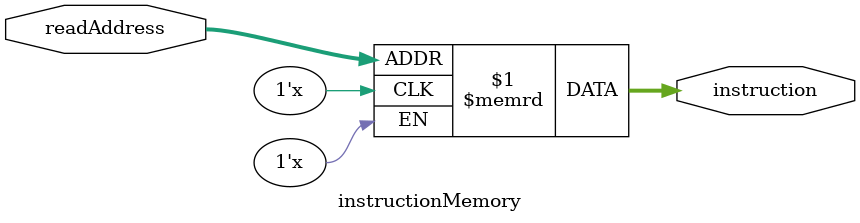
<source format=v>
module instructionMemory(readAddress, instruction);
	//input(PC)
	input[18:0] readAddress;

	//output (Next instruction)
	output[18:0] instruction;
	
	//memory array (array of instructions)
	reg [18:0] memory [0:524287]; //capacity for 2^19 instructions
		
	assign instruction = memory[readAddress];
	
endmodule

</source>
